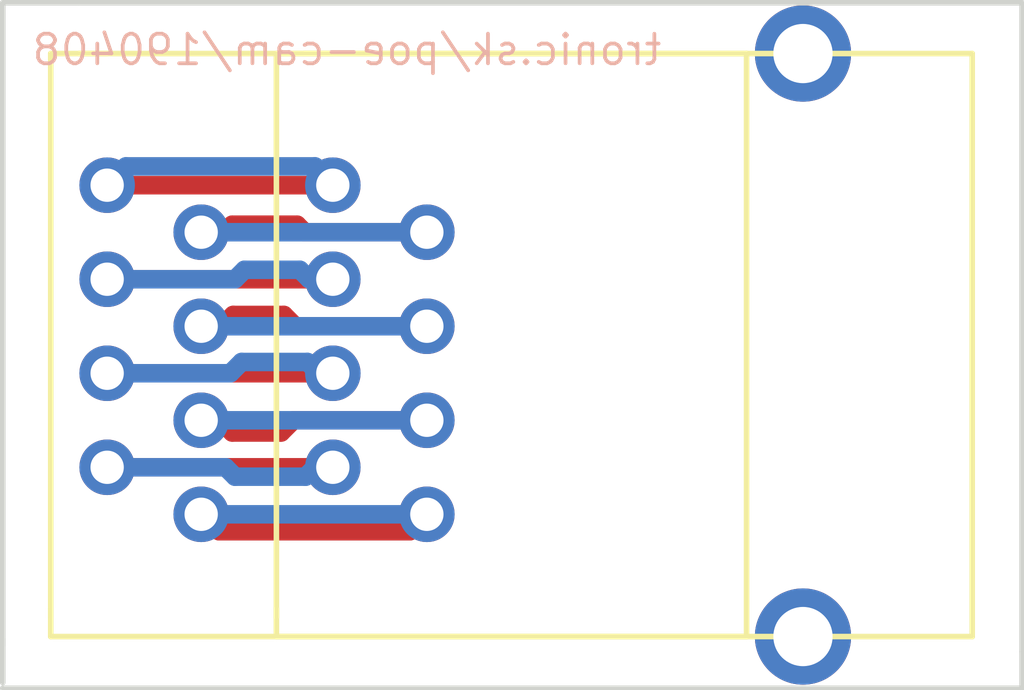
<source format=kicad_pcb>
(kicad_pcb (version 4) (host pcbnew 4.0.7)

  (general
    (links 8)
    (no_connects 0)
    (area 89.815599 147.524399 117.499201 166.191001)
    (thickness 1.6)
    (drawings 8)
    (tracks 46)
    (zones 0)
    (modules 2)
    (nets 9)
  )

  (page A4)
  (layers
    (0 F.Cu signal)
    (31 B.Cu signal)
    (32 B.Adhes user)
    (33 F.Adhes user)
    (34 B.Paste user)
    (35 F.Paste user)
    (36 B.SilkS user)
    (37 F.SilkS user)
    (38 B.Mask user)
    (39 F.Mask user)
    (40 Dwgs.User user)
    (41 Cmts.User user)
    (42 Eco1.User user)
    (43 Eco2.User user)
    (44 Edge.Cuts user)
    (45 Margin user)
    (46 B.CrtYd user)
    (47 F.CrtYd user)
    (48 B.Fab user)
    (49 F.Fab user)
  )

  (setup
    (last_trace_width 0.5)
    (trace_clearance 0.2)
    (zone_clearance 0.508)
    (zone_45_only no)
    (trace_min 0.2)
    (segment_width 0.2)
    (edge_width 0.15)
    (via_size 0.6)
    (via_drill 0.4)
    (via_min_size 0.4)
    (via_min_drill 0.3)
    (uvia_size 0.3)
    (uvia_drill 0.1)
    (uvias_allowed no)
    (uvia_min_size 0.2)
    (uvia_min_drill 0.1)
    (pcb_text_width 0.3)
    (pcb_text_size 1.5 1.5)
    (mod_edge_width 0.15)
    (mod_text_size 1 1)
    (mod_text_width 0.15)
    (pad_size 1.524 1.524)
    (pad_drill 0.762)
    (pad_to_mask_clearance 0.2)
    (aux_axis_origin 0 0)
    (visible_elements 7FFFFFFF)
    (pcbplotparams
      (layerselection 0x010f0_80000001)
      (usegerberextensions true)
      (excludeedgelayer true)
      (linewidth 0.100000)
      (plotframeref false)
      (viasonmask false)
      (mode 1)
      (useauxorigin false)
      (hpglpennumber 1)
      (hpglpenspeed 20)
      (hpglpendiameter 15)
      (hpglpenoverlay 2)
      (psnegative false)
      (psa4output false)
      (plotreference true)
      (plotvalue true)
      (plotinvisibletext false)
      (padsonsilk false)
      (subtractmaskfromsilk false)
      (outputformat 1)
      (mirror false)
      (drillshape 0)
      (scaleselection 1)
      (outputdirectory gerber/))
  )

  (net 0 "")
  (net 1 eth-bypass-7)
  (net 2 eth-bypass-5)
  (net 3 eth-bypass-3)
  (net 4 eth-bypass-1)
  (net 5 eth-bypass-8)
  (net 6 eth-bypass-6)
  (net 7 eth-bypass-4)
  (net 8 eth-bypass-2)

  (net_class Default "This is the default net class."
    (clearance 0.2)
    (trace_width 0.5)
    (via_dia 0.6)
    (via_drill 0.4)
    (uvia_dia 0.3)
    (uvia_drill 0.1)
    (add_net eth-bypass-1)
    (add_net eth-bypass-2)
    (add_net eth-bypass-3)
    (add_net eth-bypass-4)
    (add_net eth-bypass-5)
    (add_net eth-bypass-6)
    (add_net eth-bypass-7)
    (add_net eth-bypass-8)
  )

  (net_class mains ""
    (clearance 0)
    (trace_width 1.8)
    (via_dia 0.6)
    (via_drill 0.4)
    (uvia_dia 0.3)
    (uvia_drill 0.1)
  )

  (module conn-io:RJ45-TYCO-406549-psw (layer F.Cu) (tedit 5CAAFDAD) (tstamp 5AEACEE7)
    (at 103.124 156.337 180)
    (descr "Tyco 406549 - 100 BASE-T, RJ45 Jack")
    (tags "rj45 tyco")
    (path /5AEAD484)
    (fp_text reference J36 (at -4.572 1.27 270) (layer F.SilkS) hide
      (effects (font (size 1 1) (thickness 0.18)) (justify left bottom))
    )
    (fp_text value RJ45 (at -8.636 -1.27 270) (layer F.SilkS) hide
      (effects (font (size 1 1) (thickness 0.18)))
    )
    (fp_line (start -12.954 -8.382) (end 5.842 -8.382) (layer F.SilkS) (width 0.15))
    (fp_line (start 5.842 -8.382) (end 5.842 -7.62) (layer F.SilkS) (width 0.15))
    (fp_line (start 4.318 7.366) (end 5.842 7.366) (layer F.SilkS) (width 0.15))
    (fp_line (start 5.842 7.366) (end 5.842 -7.874) (layer F.SilkS) (width 0.15))
    (fp_line (start -12.954 -8.382) (end -12.954 7.366) (layer F.SilkS) (width 0.15))
    (fp_line (start -12.954 7.366) (end 5.08 7.366) (layer F.SilkS) (width 0.15))
    (pad 7 thru_hole circle (at 1.778 2.54 180) (size 1.5 1.5) (drill 0.9) (layers *.Cu *.Mask)
      (net 1 eth-bypass-7))
    (pad 5 thru_hole circle (at 1.778 0 180) (size 1.5 1.5) (drill 0.9) (layers *.Cu *.Mask)
      (net 2 eth-bypass-5))
    (pad 3 thru_hole circle (at 1.778 -2.54 180) (size 1.5 1.5) (drill 0.9) (layers *.Cu *.Mask)
      (net 3 eth-bypass-3))
    (pad 1 thru_hole circle (at 1.778 -5.08 180) (size 1.5 1.5) (drill 0.9) (layers *.Cu *.Mask)
      (net 4 eth-bypass-1))
    (pad 8 thru_hole circle (at 4.318 3.81 180) (size 1.5 1.5) (drill 0.9) (layers *.Cu *.Mask)
      (net 5 eth-bypass-8))
    (pad 6 thru_hole circle (at 4.318 1.27 180) (size 1.5 1.5) (drill 0.9) (layers *.Cu *.Mask)
      (net 6 eth-bypass-6))
    (pad 4 thru_hole circle (at 4.318 -1.27 180) (size 1.5 1.5) (drill 0.9) (layers *.Cu *.Mask)
      (net 7 eth-bypass-4))
    (pad 2 thru_hole circle (at 4.318 -3.81 180) (size 1.5 1.5) (drill 0.9) (layers *.Cu *.Mask)
      (net 8 eth-bypass-2))
    (pad SH thru_hole circle (at -8.382 -8.382 180) (size 2.6 2.6) (drill 1.6) (layers *.Cu *.Mask))
    (pad SH thru_hole circle (at -8.382 7.366 180) (size 2.6 2.6) (drill 1.6) (layers *.Cu *.Mask))
    (pad "" np_thru_hole circle (at -5.08 -6.35 180) (size 2.8 2.8) (drill 2.8) (layers *.Cu))
    (pad "" np_thru_hole circle (at -5.08 5.334 180) (size 2.8 2.8) (drill 2.8) (layers *.Cu))
  )

  (module psw-library:psw-rj-45-no-holes (layer F.Cu) (tedit 5CAAFDB1) (tstamp 5AEACEF3)
    (at 97.028 156.337 180)
    (descr "Tyco 406549 - 100 BASE-T, RJ45 Jack")
    (tags "rj45 tyco")
    (path /5AEAD944)
    (fp_text reference J37 (at -4.572 1.27 270) (layer F.SilkS) hide
      (effects (font (size 1 1) (thickness 0.18)) (justify left bottom))
    )
    (fp_text value RJ45 (at -8.636 -1.27 270) (layer F.SilkS) hide
      (effects (font (size 1 1) (thickness 0.18)))
    )
    (fp_line (start -12.954 -8.382) (end 5.842 -8.382) (layer F.SilkS) (width 0.15))
    (fp_line (start 5.842 -8.382) (end 5.842 -7.62) (layer F.SilkS) (width 0.15))
    (fp_line (start 4.318 7.366) (end 5.842 7.366) (layer F.SilkS) (width 0.15))
    (fp_line (start 5.842 7.366) (end 5.842 -7.874) (layer F.SilkS) (width 0.15))
    (fp_line (start -12.954 -8.382) (end -12.954 7.366) (layer F.SilkS) (width 0.15))
    (fp_line (start -12.954 7.366) (end 5.08 7.366) (layer F.SilkS) (width 0.15))
    (pad 7 thru_hole circle (at 1.778 2.54 180) (size 1.5 1.5) (drill 0.9) (layers *.Cu *.Mask)
      (net 1 eth-bypass-7))
    (pad 5 thru_hole circle (at 1.778 0 180) (size 1.5 1.5) (drill 0.9) (layers *.Cu *.Mask)
      (net 2 eth-bypass-5))
    (pad 3 thru_hole circle (at 1.778 -2.54 180) (size 1.5 1.5) (drill 0.9) (layers *.Cu *.Mask)
      (net 3 eth-bypass-3))
    (pad 1 thru_hole circle (at 1.778 -5.08 180) (size 1.5 1.5) (drill 0.9) (layers *.Cu *.Mask)
      (net 4 eth-bypass-1))
    (pad 8 thru_hole circle (at 4.318 3.81 180) (size 1.5 1.5) (drill 0.9) (layers *.Cu *.Mask)
      (net 5 eth-bypass-8))
    (pad 6 thru_hole circle (at 4.318 1.27 180) (size 1.5 1.5) (drill 0.9) (layers *.Cu *.Mask)
      (net 6 eth-bypass-6))
    (pad 4 thru_hole circle (at 4.318 -1.27 180) (size 1.5 1.5) (drill 0.9) (layers *.Cu *.Mask)
      (net 7 eth-bypass-4))
    (pad 2 thru_hole circle (at 4.318 -3.81 180) (size 1.5 1.5) (drill 0.9) (layers *.Cu *.Mask)
      (net 8 eth-bypass-2))
  )

  (gr_text tronic.sk/poe-cam/190408 (at 99.187 148.8694) (layer B.SilkS)
    (effects (font (size 0.8 0.8) (thickness 0.1)) (justify mirror))
  )
  (gr_line (start 117.4242 165.1254) (end 117.4242 147.5994) (angle 90) (layer Edge.Cuts) (width 0.15))
  (gr_line (start 89.8906 165.9636) (end 89.8906 164.7698) (angle 90) (layer Edge.Cuts) (width 0.15))
  (gr_line (start 117.4242 166.116) (end 89.8906 166.116) (angle 90) (layer Edge.Cuts) (width 0.15))
  (gr_line (start 117.4242 165.1254) (end 117.4242 166.116) (angle 90) (layer Edge.Cuts) (width 0.15))
  (gr_line (start 89.8906 147.5994) (end 89.8906 164.973) (angle 90) (layer Edge.Cuts) (width 0.15))
  (gr_line (start 91.948 147.5994) (end 89.8906 147.5994) (angle 90) (layer Edge.Cuts) (width 0.15))
  (gr_line (start 117.4115 147.5994) (end 91.948 147.5994) (angle 90) (layer Edge.Cuts) (width 0.15))

  (segment (start 95.25 153.797) (end 95.885 153.797) (width 0.5) (layer F.Cu) (net 1) (status C00000))
  (segment (start 95.885 153.797) (end 96.0882 153.5938) (width 0.5) (layer F.Cu) (net 1) (tstamp 5CAAFE10) (status 400000))
  (segment (start 98.044 153.797) (end 101.346 153.797) (width 0.5) (layer F.Cu) (net 1) (tstamp 5CAAFE14) (status 800000))
  (segment (start 97.8408 153.5938) (end 98.044 153.797) (width 0.5) (layer F.Cu) (net 1) (tstamp 5CAAFE12))
  (segment (start 96.0882 153.5938) (end 97.8408 153.5938) (width 0.5) (layer F.Cu) (net 1) (tstamp 5CAAFE11))
  (segment (start 101.346 153.797) (end 95.25 153.797) (width 0.5) (layer B.Cu) (net 1))
  (segment (start 95.25 156.337) (end 95.8088 156.337) (width 0.5) (layer F.Cu) (net 2) (status C00000))
  (segment (start 95.8088 156.337) (end 96.1136 156.0322) (width 0.5) (layer F.Cu) (net 2) (tstamp 5CAAFE01) (status 400000))
  (segment (start 97.79 156.337) (end 101.346 156.337) (width 0.5) (layer F.Cu) (net 2) (tstamp 5CAAFE05) (status 800000))
  (segment (start 97.4852 156.0322) (end 97.79 156.337) (width 0.5) (layer F.Cu) (net 2) (tstamp 5CAAFE03))
  (segment (start 96.1136 156.0322) (end 97.4852 156.0322) (width 0.5) (layer F.Cu) (net 2) (tstamp 5CAAFE02))
  (segment (start 95.25 156.337) (end 101.346 156.337) (width 0.5) (layer B.Cu) (net 2))
  (segment (start 95.25 158.877) (end 95.758 158.877) (width 0.5) (layer F.Cu) (net 3) (status C00000))
  (segment (start 95.758 158.877) (end 96.0882 159.2072) (width 0.5) (layer F.Cu) (net 3) (tstamp 5CAAFDF5) (status 400000))
  (segment (start 97.7392 158.877) (end 101.346 158.877) (width 0.5) (layer F.Cu) (net 3) (tstamp 5CAAFDF8) (status 800000))
  (segment (start 97.409 159.2072) (end 97.7392 158.877) (width 0.5) (layer F.Cu) (net 3) (tstamp 5CAAFDF7))
  (segment (start 96.0882 159.2072) (end 97.409 159.2072) (width 0.5) (layer F.Cu) (net 3) (tstamp 5CAAFDF6))
  (segment (start 101.346 158.877) (end 95.25 158.877) (width 0.5) (layer B.Cu) (net 3))
  (segment (start 95.25 161.417) (end 95.2754 161.417) (width 0.5) (layer F.Cu) (net 4) (status C00000))
  (segment (start 95.2754 161.417) (end 95.7326 161.8742) (width 0.5) (layer F.Cu) (net 4) (tstamp 5CAAFDEA) (status C00000))
  (segment (start 95.7326 161.8742) (end 100.8888 161.8742) (width 0.5) (layer F.Cu) (net 4) (tstamp 5CAAFDEB) (status C00000))
  (segment (start 100.8888 161.8742) (end 101.346 161.417) (width 0.5) (layer F.Cu) (net 4) (tstamp 5CAAFDEC) (status C00000))
  (segment (start 95.25 161.417) (end 101.346 161.417) (width 0.5) (layer B.Cu) (net 4))
  (segment (start 98.806 152.527) (end 98.806 152.5016) (width 0.5) (layer B.Cu) (net 5) (status C00000))
  (segment (start 98.806 152.5016) (end 98.3234 152.019) (width 0.5) (layer B.Cu) (net 5) (tstamp 5CAAFDE5) (status C00000))
  (segment (start 98.3234 152.019) (end 93.218 152.019) (width 0.5) (layer B.Cu) (net 5) (tstamp 5CAAFDE6) (status C00000))
  (segment (start 93.218 152.019) (end 92.71 152.527) (width 0.5) (layer B.Cu) (net 5) (tstamp 5CAAFDE7) (status C00000))
  (segment (start 92.71 152.527) (end 98.806 152.527) (width 0.5) (layer F.Cu) (net 5))
  (segment (start 98.806 155.067) (end 98.171 155.067) (width 0.5) (layer B.Cu) (net 6) (status C00000))
  (segment (start 98.171 155.067) (end 97.917 154.813) (width 0.5) (layer B.Cu) (net 6) (tstamp 5CAAFE09) (status 400000))
  (segment (start 96.1644 155.067) (end 92.71 155.067) (width 0.5) (layer B.Cu) (net 6) (tstamp 5CAAFE0D) (status 800000))
  (segment (start 96.4184 154.813) (end 96.1644 155.067) (width 0.5) (layer B.Cu) (net 6) (tstamp 5CAAFE0B))
  (segment (start 97.917 154.813) (end 96.4184 154.813) (width 0.5) (layer B.Cu) (net 6) (tstamp 5CAAFE0A))
  (segment (start 92.71 155.067) (end 98.806 155.067) (width 0.5) (layer F.Cu) (net 6))
  (segment (start 98.806 157.607) (end 98.425 157.607) (width 0.5) (layer B.Cu) (net 7) (status C00000))
  (segment (start 98.425 157.607) (end 98.1202 157.3022) (width 0.5) (layer B.Cu) (net 7) (tstamp 5CAAFDFB) (status 400000))
  (segment (start 96.0374 157.607) (end 92.71 157.607) (width 0.5) (layer B.Cu) (net 7) (tstamp 5CAAFDFE) (status 800000))
  (segment (start 96.3422 157.3022) (end 96.0374 157.607) (width 0.5) (layer B.Cu) (net 7) (tstamp 5CAAFDFD))
  (segment (start 98.1202 157.3022) (end 96.3422 157.3022) (width 0.5) (layer B.Cu) (net 7) (tstamp 5CAAFDFC))
  (segment (start 92.71 157.607) (end 98.806 157.607) (width 0.5) (layer F.Cu) (net 7))
  (segment (start 98.806 160.147) (end 98.3234 160.147) (width 0.5) (layer B.Cu) (net 8) (status C00000))
  (segment (start 98.3234 160.147) (end 98.0694 160.401) (width 0.5) (layer B.Cu) (net 8) (tstamp 5CAAFDEF) (status 400000))
  (segment (start 95.9104 160.147) (end 92.71 160.147) (width 0.5) (layer B.Cu) (net 8) (tstamp 5CAAFDF2) (status 800000))
  (segment (start 96.1644 160.401) (end 95.9104 160.147) (width 0.5) (layer B.Cu) (net 8) (tstamp 5CAAFDF1))
  (segment (start 98.0694 160.401) (end 96.1644 160.401) (width 0.5) (layer B.Cu) (net 8) (tstamp 5CAAFDF0))
  (segment (start 92.71 160.147) (end 98.806 160.147) (width 0.5) (layer F.Cu) (net 8))

)

</source>
